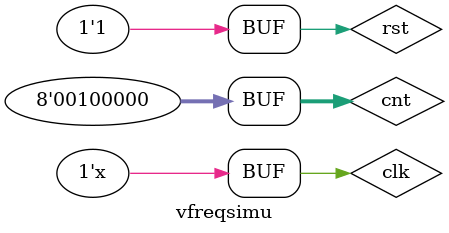
<source format=v>
`timescale 1ns / 1ps


module vfreqsimu();

    reg clk, rst;
    reg [7:0] cnt;
    wire [7:0] uo_out;
    wire [7:0] uio_in;
    wire [7:0] uio_oe,uio_out;

    
    tt_um_RS_Vfreq vfreq (
        .clk(clk),
        .ui_in(cnt),
        .rst_n(rst),
        .uo_out(uo_out),
        .uio_in(uio_in),
        .uio_out(uio_out),
        .uio_oe(uio_oe),
        .ena(1'd1)
    );

    always begin
        #5 
        clk = ~clk;
    end
    
    initial begin
        clk = 1'b0;
        rst = 1'b1;
        #1
        cnt = 8'd3;
        #500
        cnt = 8'd10;
        #1000;
        cnt = 8'd32;
    end
endmodule

</source>
